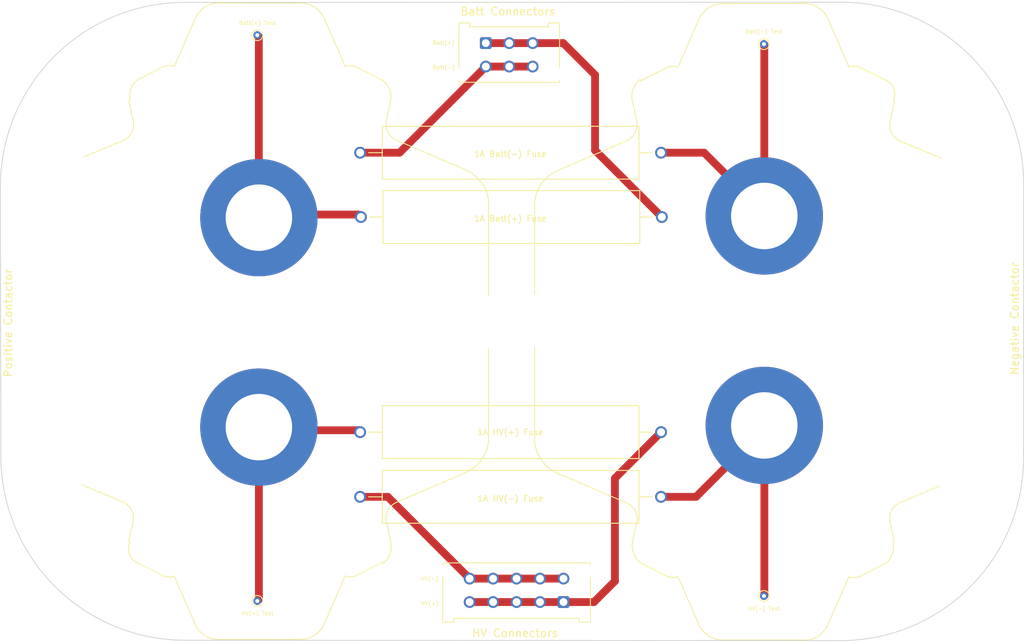
<source format=kicad_pcb>
(kicad_pcb (version 20211014) (generator pcbnew)
  (layers (0 "F.Cu" signal) (31 "B.Cu" signal) (34 "B.Paste" user) (35 "F.Paste" user) (36 "B.SilkS" user "B.Silkscreen") (37 "F.SilkS" user "F.Silkscreen") (38 "B.Mask" user) (39 "F.Mask" user) (44 "Edge.Cuts" user))
  (net 0 "")
  (net 1 "/Batt(+)")
  (net 2 "/HV(+)")
  (net 3 "Net-(F3-Pad1)")
  (net 4 "/Batt(-)")
  (net 5 "Net-(F4-Pad1)")
  (net 6 "/HV(-)")
  (net 7 "Net-(U1-Pad1)")
  (net 8 "Net-(TP4-Pad1)")
  (footprint "TestPoint:TestPoint_THTPad_D1.0mm_Drill0.5mm" (layer "F.Cu") (at 147.32 120.65)
    (fp_text reference "TP4" hide)
    (fp_text value "LOAD_TEST(-)")
    (fp_circle (center 0 0) (end 0 0.7) (layer "F.SilkS") (width 0.12) (fill none))
    (pad "1" thru_hole circle (at 0 0) (size 1 1) (drill 0.5) (layers *.Cu *.Mask) (net 8 "Net-(TP4-Pad1)"))
  )
  (footprint "LHRE Contactors:Gigavac_GX21BAB" (layer "F.Cu") (at 182.738388 125.790071 90)
    (fp_text reference "U2" hide)
    (fp_text value "Gigavac_GX21CAB")
    (fp_line (start 81.564821 24.218704) (end 81.564821 34.378704) (layer "F.SilkS") (width 0.12))
    (fp_line (start 60.329802 55.536737) (end 63.949302 46.819112) (layer "F.SilkS") (width 0.12))
    (fp_line (start 66.832821 13.042704) (end 69.118821 12.534704) (layer "F.SilkS") (width 0.12))
    (fp_line (start 71.682568 45.041112) (end 73.489236 41.485112) (layer "F.SilkS") (width 0.12))
    (fp_line (start 71.658821 13.550704) (end 73.465489 17.106704) (layer "F.SilkS") (width 0.12))
    (fp_line (start 0.142747 24.206292) (end 0.142747 34.366292) (layer "F.SilkS") (width 0.12))
    (fp_line (start 25.616469 0.037737) (end 56.100469 0.037737) (layer "F.SilkS") (width 0.12))
    (fp_line (start 14.874747 13.030292) (end 12.588747 12.522292) (layer "F.SilkS") (width 0.12))
    (fp_line (start 21.377766 55.524325) (end 17.758266 46.8067) (layer "F.SilkS") (width 0.12))
    (fp_line (start 10.048747 13.538292) (end 8.242079 17.094292) (layer "F.SilkS") (width 0.12))
    (fp_line (start 73.460568 40.226296) (end 79.302568 37.675112) (layer "F.SilkS") (width 0.12))
    (fp_line (start 14.932516 45.5367) (end 12.646516 46.0447) (layer "F.SilkS") (width 0.12))
    (fp_line (start 73.436821 18.36552) (end 79.278821 20.916704) (layer "F.SilkS") (width 0.12))
    (fp_line (start 25.360469 58.076737) (end 56.388799 58.076737) (layer "F.SilkS") (width 0.12))
    (fp_line (start 21.666096 2.565325) (end 17.700497 11.760292) (layer "F.SilkS") (width 0.12))
    (fp_line (start 8.247 40.213884) (end 2.405 37.6627) (layer "F.SilkS") (width 0.12))
    (fp_line (start 66.775052 45.549112) (end 69.061052 46.057112) (layer "F.SilkS") (width 0.12))
    (fp_line (start 8.270747 18.353108) (end 2.428747 20.904292) (layer "F.SilkS") (width 0.12))
    (fp_line (start 10.025 45.0287) (end 8.218332 41.4727) (layer "F.SilkS") (width 0.12))
    (fp_line (start 60.041472 2.577737) (end 64.007071 11.772704) (layer "F.SilkS") (width 0.12))
    (fp_arc (start 63.949302 46.819112) (mid 65.113457 45.630722) (end 66.775052 45.549112) (layer "F.SilkS") (width 0.12))
    (fp_arc (start 12.646516 45.863271) (mid 11.115752 45.758362) (end 9.881184 44.847271) (layer "F.SilkS") (width 0.12))
    (fp_arc (start 17.700497 11.760292) (mid 16.53633 12.948667) (end 14.874747 13.030292) (layer "F.SilkS") (width 0.12))
    (fp_arc (start 79.278821 20.916704) (mid 80.965342 22.191424) (end 81.564821 24.218704) (layer "F.SilkS") (width 0.12))
    (fp_arc (start 60.298052 55.536737) (mid 58.665431 57.302325) (end 56.388799 58.076737) (layer "F.SilkS") (width 0.12))
    (fp_arc (start 56.100469 0.037737) (mid 58.377103 0.812149) (end 60.009722 2.577737) (layer "F.SilkS") (width 0.12))
    (fp_arc (start 8.218332 41.4727) (mid 8.130228 40.840959) (end 8.247 40.213884) (layer "F.SilkS") (width 0.12))
    (fp_arc (start 81.588568 34.373112) (mid 80.989088 36.400395) (end 79.302568 37.675112) (layer "F.SilkS") (width 0.12))
    (fp_arc (start 0.142747 24.206292) (mid 0.742228 22.179009) (end 2.428747 20.904292) (layer "F.SilkS") (width 0.12))
    (fp_arc (start 21.697846 2.565325) (mid 23.330468 0.799736) (end 25.607099 0.025325) (layer "F.SilkS") (width 0.12))
    (fp_arc (start 73.465489 17.106704) (mid 73.553538 17.738443) (end 73.436821 18.36552) (layer "F.SilkS") (width 0.12))
    (fp_arc (start 69.118821 12.534704) (mid 70.649591 12.639602) (end 71.884153 13.550704) (layer "F.SilkS") (width 0.12))
    (fp_arc (start 10.048747 13.538292) (mid 11.18851 12.704699) (end 12.588747 12.522292) (layer "F.SilkS") (width 0.12))
    (fp_arc (start 14.932516 45.5367) (mid 16.594098 45.618328) (end 17.758266 46.8067) (layer "F.SilkS") (width 0.12))
    (fp_arc (start 8.270747 18.353108) (mid 8.153977 17.726033) (end 8.242079 17.094292) (layer "F.SilkS") (width 0.12))
    (fp_arc (start 71.826384 44.859683) (mid 70.659761 45.955695) (end 69.061052 45.875683) (layer "F.SilkS") (width 0.12))
    (fp_arc (start 25.318769 58.064325) (mid 23.042134 57.289921) (end 21.409516 55.524325) (layer "F.SilkS") (width 0.12))
    (fp_arc (start 2.405 37.6627) (mid 0.718484 36.387981) (end 0.119 34.3607) (layer "F.SilkS") (width 0.12))
    (fp_arc (start 66.832821 13.042704) (mid 65.171231 12.961098) (end 64.007071 11.772704) (layer "F.SilkS") (width 0.12))
    (fp_arc (start 73.460568 40.226296) (mid 73.577382 40.853368) (end 73.489236 41.485112) (layer "F.SilkS") (width 0.12))
    (pad "" np_thru_hole oval (at 41 8.5977 90) (size 7.2 21.6281) (drill oval 7.2 21.6281) (layers F&B.Cu *.Mask))
    (pad "" np_thru_hole oval (at 40.8 52.6 90) (size 41.9862 15.514174) (drill oval 41.9862 15.514174) (layers F&B.Cu *.Mask))
    (pad "" np_thru_hole oval (at 41 31.3977 90) (size 4.84155 29.467172) (drill oval 4.84155 29.467172) (layers F&B.Cu *.Mask))
    (pad "1" thru_hole circle (at 27.6 29.4 90) (size 15 15) (drill 8.5) (layers *.Cu *.Mask) (net 5 "Net-(F4-Pad1)"))
    (pad "2" thru_hole circle (at 54.4 29.4 90) (size 15 15) (drill 8.5) (layers *.Cu *.Mask) (net 3 "Net-(F3-Pad1)"))
  )
  (footprint "TestPoint:TestPoint_THTPad_D1.0mm_Drill0.5mm" (layer "F.Cu") (at 212.09 120.015)
    (fp_text reference "TP8" hide)
    (fp_text value "LOAD_TEST(-)")
    (fp_circle (center 0 0) (end 0 0.7) (layer "F.SilkS") (width 0.12) (fill none))
    (pad "1" thru_hole circle (at 0 0) (size 1 1) (drill 0.5) (layers *.Cu *.Mask) (net 5 "Net-(F4-Pad1)"))
  )
  (footprint "CustomFootprints:0ADAP1000RE" (layer "F.Cu") (at 179.805 114.5175 180)
    (fp_text reference "F4" hide)
    (fp_text value "1A")
    (fp_line (start -16.31 7.19) (end -16.31 3.81) (layer "F.SilkS") (width 0.127))
    (fp_line (start -16.31 3.81) (end 16.51 3.81) (layer "F.SilkS") (width 0.127))
    (fp_line (start -18.055 7.19) (end -16.31 7.19) (layer "F.SilkS") (width 0.127))
    (fp_line (start 16.51 3.81) (end 16.51 7.19) (layer "F.SilkS") (width 0.127))
    (fp_line (start -16.31 10.57) (end -16.31 7.19) (layer "F.SilkS") (width 0.127))
    (fp_line (start 16.51 7.19) (end 16.51 10.57) (layer "F.SilkS") (width 0.127))
    (fp_line (start 18.255 7.19) (end 16.51 7.19) (layer "F.SilkS") (width 0.127))
    (fp_line (start 16.51 10.57) (end -16.31 10.57) (layer "F.SilkS") (width 0.127))
    (pad "1" thru_hole circle (at -19.135 7.19 180) (size 1.518 1.518) (drill 1.01) (layers *.Cu *.Mask) (net 5 "Net-(F4-Pad1)"))
    (pad "2" thru_hole circle (at 19.335 7.19 180) (size 1.518 1.518) (drill 1.01) (layers *.Cu *.Mask) (net 6 "/HV(-)"))
  )
  (footprint "Connector_Molex:Molex_Micro-Fit_3.0_43045-1012_2x05_P3.00mm_Vertical" (layer "F.Cu") (at 186.467 120.787 180)
    (fp_text reference "J1" hide)
    (fp_text value "HV Connector")
    (fp_line (start 15.435 5.01) (end 15.435 4.7) (layer "F.SilkS") (width 0.12))
    (fp_line (start 14.015 -2.58) (end 15.435 -2.58) (layer "F.SilkS") (width 0.12))
    (fp_line (start -3.435 4.7) (end -3.435 5.01) (layer "F.SilkS") (width 0.12))
    (fp_line (start 15.435 -2.58) (end 15.435 3.18) (layer "F.SilkS") (width 0.12))
    (fp_line (start -3.435 -2.58) (end -2.015 -2.58) (layer "F.SilkS") (width 0.12))
    (fp_line (start 14.015 -2.08) (end 14.015 -2.58) (layer "F.SilkS") (width 0.12))
    (fp_line (start -3.435 5.01) (end 15.435 5.01) (layer "F.SilkS") (width 0.12))
    (fp_line (start -2.015 -2.58) (end -2.015 -2.08) (layer "F.SilkS") (width 0.12))
    (fp_line (start -2.015 -2.08) (end 14.015 -2.08) (layer "F.SilkS") (width 0.12))
    (fp_line (start -3.435 3.18) (end -3.435 -2.58) (layer "F.SilkS") (width 0.12))
    (pad "" np_thru_hole circle (at -3 3.94 180) (size 1 1) (drill 1) (layers *.Cu *.Mask))
    (pad "" np_thru_hole circle (at 15 3.94 180) (size 1 1) (drill 1) (layers *.Cu *.Mask))
    (pad "1" thru_hole roundrect (at 0 0 180) (size 1.5 1.5) (drill 1) (layers *.Cu *.Mask) (roundrect_rratio 0.1666673333) (net 2 "/HV(+)"))
    (pad "2" thru_hole circle (at 3 0 180) (size 1.5 1.5) (drill 1) (layers *.Cu *.Mask) (net 2 "/HV(+)"))
    (pad "3" thru_hole circle (at 6 0 180) (size 1.5 1.5) (drill 1) (layers *.Cu *.Mask) (net 2 "/HV(+)"))
    (pad "4" thru_hole circle (at 9 0 180) (size 1.5 1.5) (drill 1) (layers *.Cu *.Mask) (net 2 "/HV(+)"))
    (pad "5" thru_hole circle (at 12 0 180) (size 1.5 1.5) (drill 1) (layers *.Cu *.Mask) (net 2 "/HV(+)"))
    (pad "6" thru_hole circle (at 0 3 180) (size 1.5 1.5) (drill 1) (layers *.Cu *.Mask) (net 6 "/HV(-)"))
    (pad "7" thru_hole circle (at 3 3 180) (size 1.5 1.5) (drill 1) (layers *.Cu *.Mask) (net 6 "/HV(-)"))
    (pad "8" thru_hole circle (at 6 3 180) (size 1.5 1.5) (drill 1) (layers *.Cu *.Mask) (net 6 "/HV(-)"))
    (pad "9" thru_hole circle (at 9 3 180) (size 1.5 1.5) (drill 1) (layers *.Cu *.Mask) (net 6 "/HV(-)"))
    (pad "10" thru_hole circle (at 12 3 180) (size 1.5 1.5) (drill 1) (layers *.Cu *.Mask) (net 6 "/HV(-)"))
  )
  (footprint "TestPoint:TestPoint_THTPad_D1.0mm_Drill0.5mm" (layer "F.Cu") (at 212.09 49.4)
    (fp_text reference "TP5" hide)
    (fp_text value "LOAD_TEST(+)")
    (fp_circle (center 0 0) (end 0 0.7) (layer "F.SilkS") (width 0.12) (fill none))
    (pad "1" thru_hole circle (at 0 0) (size 1 1) (drill 0.5) (layers *.Cu *.Mask) (net 3 "Net-(F3-Pad1)"))
  )
  (footprint "CustomFootprints:0ADAP1000RE" (layer "F.Cu") (at 179.605 91.8575)
    (fp_text reference "F2" hide)
    (fp_text value "1A")
    (fp_line (start -16.31 7.19) (end -16.31 3.81) (layer "F.SilkS") (width 0.127))
    (fp_line (start 18.255 7.19) (end 16.51 7.19) (layer "F.SilkS") (width 0.127))
    (fp_line (start -16.31 3.81) (end 16.51 3.81) (layer "F.SilkS") (width 0.127))
    (fp_line (start -18.055 7.19) (end -16.31 7.19) (layer "F.SilkS") (width 0.127))
    (fp_line (start 16.51 3.81) (end 16.51 7.19) (layer "F.SilkS") (width 0.127))
    (fp_line (start 16.51 10.57) (end -16.31 10.57) (layer "F.SilkS") (width 0.127))
    (fp_line (start 16.51 7.19) (end 16.51 10.57) (layer "F.SilkS") (width 0.127))
    (fp_line (start -16.31 10.57) (end -16.31 7.19) (layer "F.SilkS") (width 0.127))
    (pad "1" thru_hole circle (at -19.135 7.19) (size 1.518 1.518) (drill 1.01) (layers *.Cu *.Mask) (net 8 "Net-(TP4-Pad1)"))
    (pad "2" thru_hole circle (at 19.335 7.19) (size 1.518 1.518) (drill 1.01) (layers *.Cu *.Mask) (net 2 "/HV(+)"))
  )
  (footprint "CustomFootprints:0ADAP1000RE" (layer "F.Cu") (at 179.805 70.485 180)
    (fp_text reference "F3" hide)
    (fp_text value "1A")
    (fp_line (start -18.055 7.19) (end -16.31 7.19) (layer "F.SilkS") (width 0.127))
    (fp_line (start -16.31 10.57) (end -16.31 7.19) (layer "F.SilkS") (width 0.127))
    (fp_line (start -16.31 7.19) (end -16.31 3.81) (layer "F.SilkS") (width 0.127))
    (fp_line (start -16.31 3.81) (end 16.51 3.81) (layer "F.SilkS") (width 0.127))
    (fp_line (start 16.51 3.81) (end 16.51 7.19) (layer "F.SilkS") (width 0.127))
    (fp_line (start 18.255 7.19) (end 16.51 7.19) (layer "F.SilkS") (width 0.127))
    (fp_line (start 16.51 7.19) (end 16.51 10.57) (layer "F.SilkS") (width 0.127))
    (fp_line (start 16.51 10.57) (end -16.31 10.57) (layer "F.SilkS") (width 0.127))
    (pad "1" thru_hole circle (at -19.135 7.19 180) (size 1.518 1.518) (drill 1.01) (layers *.Cu *.Mask) (net 3 "Net-(F3-Pad1)"))
    (pad "2" thru_hole circle (at 19.335 7.19 180) (size 1.518 1.518) (drill 1.01) (layers *.Cu *.Mask) (net 4 "/Batt(-)"))
  )
  (footprint "Connector_Molex:Molex_Micro-Fit_3.0_43045-0612_2x03_P3.00mm_Vertical" (layer "F.Cu") (at 176.53 49.276)
    (fp_text reference "J2" hide)
    (fp_text value "Batt Connector")
    (fp_line (start -3.435 -2.58) (end -2.015 -2.58) (layer "F.SilkS") (width 0.12))
    (fp_line (start -3.435 4.7) (end -3.435 5.01) (layer "F.SilkS") (width 0.12))
    (fp_line (start 8.015 -2.58) (end 9.435 -2.58) (layer "F.SilkS") (width 0.12))
    (fp_line (start -2.015 -2.58) (end -2.015 -2.08) (layer "F.SilkS") (width 0.12))
    (fp_line (start -3.435 5.01) (end 9.435 5.01) (layer "F.SilkS") (width 0.12))
    (fp_line (start 9.435 5.01) (end 9.435 4.7) (layer "F.SilkS") (width 0.12))
    (fp_line (start -2.015 -2.08) (end 8.015 -2.08) (layer "F.SilkS") (width 0.12))
    (fp_line (start 8.015 -2.08) (end 8.015 -2.58) (layer "F.SilkS") (width 0.12))
    (fp_line (start -3.435 3.18) (end -3.435 -2.58) (layer "F.SilkS") (width 0.12))
    (fp_line (start 9.435 -2.58) (end 9.435 3.18) (layer "F.SilkS") (width 0.12))
    (pad "" np_thru_hole circle (at -3 3.94) (size 1 1) (drill 1) (layers *.Cu *.Mask))
    (pad "" np_thru_hole circle (at 9 3.94) (size 1 1) (drill 1) (layers *.Cu *.Mask))
    (pad "1" thru_hole roundrect (at 0 0) (size 1.5 1.5) (drill 1) (layers *.Cu *.Mask) (roundrect_rratio 0.1666673333) (net 1 "/Batt(+)"))
    (pad "2" thru_hole circle (at 3 0) (size 1.5 1.5) (drill 1) (layers *.Cu *.Mask) (net 1 "/Batt(+)"))
    (pad "3" thru_hole circle (at 6 0) (size 1.5 1.5) (drill 1) (layers *.Cu *.Mask) (net 1 "/Batt(+)"))
    (pad "4" thru_hole circle (at 0 3) (size 1.5 1.5) (drill 1) (layers *.Cu *.Mask) (net 4 "/Batt(-)"))
    (pad "5" thru_hole circle (at 3 3) (size 1.5 1.5) (drill 1) (layers *.Cu *.Mask) (net 4 "/Batt(-)"))
    (pad "6" thru_hole circle (at 6 3) (size 1.5 1.5) (drill 1) (layers *.Cu *.Mask) (net 4 "/Batt(-)"))
  )
  (footprint "TestPoint:TestPoint_THTPad_D1.0mm_Drill0.5mm" (layer "F.Cu") (at 147.32 48.26)
    (fp_text reference "TP1" hide)
    (fp_text value "LOAD_TEST(+)")
    (fp_circle (center 0 0) (end 0 0.7) (layer "F.SilkS") (width 0.12) (fill none))
    (pad "1" thru_hole circle (at 0 0) (size 1 1) (drill 0.5) (layers *.Cu *.Mask) (net 7 "Net-(U1-Pad1)"))
  )
  (footprint "CustomFootprints:0ADAP1000RE" (layer "F.Cu") (at 179.705 64.335)
    (fp_text reference "F1" hide)
    (fp_text value "1A")
    (fp_line (start 16.51 3.81) (end 16.51 7.19) (layer "F.SilkS") (width 0.127))
    (fp_line (start -18.055 7.19) (end -16.31 7.19) (layer "F.SilkS") (width 0.127))
    (fp_line (start -16.31 10.57) (end -16.31 7.19) (layer "F.SilkS") (width 0.127))
    (fp_line (start -16.31 7.19) (end -16.31 3.81) (layer "F.SilkS") (width 0.127))
    (fp_line (start 18.255 7.19) (end 16.51 7.19) (layer "F.SilkS") (width 0.127))
    (fp_line (start 16.51 7.19) (end 16.51 10.57) (layer "F.SilkS") (width 0.127))
    (fp_line (start -16.31 3.81) (end 16.51 3.81) (layer "F.SilkS") (width 0.127))
    (fp_line (start 16.51 10.57) (end -16.31 10.57) (layer "F.SilkS") (width 0.127))
    (pad "1" thru_hole circle (at -19.135 7.19) (size 1.518 1.518) (drill 1.01) (layers *.Cu *.Mask) (net 7 "Net-(U1-Pad1)"))
    (pad "2" thru_hole circle (at 19.335 7.19) (size 1.518 1.518) (drill 1.01) (layers *.Cu *.Mask) (net 1 "/Batt(+)"))
  )
  (footprint "LHRE Contactors:Gigavac_GX21BAB" (layer "F.Cu") (at 176.925613 44.008929 -90)
    (fp_text reference "U1" hide)
    (fp_text value "Gigavac_GX21CAB")
    (fp_line (start 60.329802 55.536737) (end 63.949302 46.819112) (layer "F.SilkS") (width 0.12))
    (fp_line (start 14.874747 13.030292) (end 12.588747 12.522292) (layer "F.SilkS") (width 0.12))
    (fp_line (start 21.666096 2.565325) (end 17.700497 11.760292) (layer "F.SilkS") (width 0.12))
    (fp_line (start 71.682568 45.041112) (end 73.489236 41.485112) (layer "F.SilkS") (width 0.12))
    (fp_line (start 8.247 40.213884) (end 2.405 37.6627) (layer "F.SilkS") (width 0.12))
    (fp_line (start 10.025 45.0287) (end 8.218332 41.4727) (layer "F.SilkS") (width 0.12))
    (fp_line (start 8.270747 18.353108) (end 2.428747 20.904292) (layer "F.SilkS") (width 0.12))
    (fp_line (start 66.832821 13.042704) (end 69.118821 12.534704) (layer "F.SilkS") (width 0.12))
    (fp_line (start 0.142747 24.206292) (end 0.142747 34.366292) (layer "F.SilkS") (width 0.12))
    (fp_line (start 14.932516 45.5367) (end 12.646516 46.0447) (layer "F.SilkS") (width 0.12))
    (fp_line (start 25.360469 58.076737) (end 56.388799 58.076737) (layer "F.SilkS") (width 0.12))
    (fp_line (start 81.564821 24.218704) (end 81.564821 34.378704) (layer "F.SilkS") (width 0.12))
    (fp_line (start 10.048747 13.538292) (end 8.242079 17.094292) (layer "F.SilkS") (width 0.12))
    (fp_line (start 66.775052 45.549112) (end 69.061052 46.057112) (layer "F.SilkS") (width 0.12))
    (fp_line (start 73.436821 18.36552) (end 79.278821 20.916704) (layer "F.SilkS") (width 0.12))
    (fp_line (start 25.616469 0.037737) (end 56.100469 0.037737) (layer "F.SilkS") (width 0.12))
    (fp_line (start 21.377766 55.524325) (end 17.758266 46.8067) (layer "F.SilkS") (width 0.12))
    (fp_line (start 73.460568 40.226296) (end 79.302568 37.675112) (layer "F.SilkS") (width 0.12))
    (fp_line (start 60.041472 2.577737) (end 64.007071 11.772704) (layer "F.SilkS") (width 0.12))
    (fp_line (start 71.658821 13.550704) (end 73.465489 17.106704) (layer "F.SilkS") (width 0.12))
    (fp_arc (start 71.826384 44.859683) (mid 70.659761 45.955695) (end 69.061052 45.875683) (layer "F.SilkS") (width 0.12))
    (fp_arc (start 79.278821 20.916704) (mid 80.965342 22.191424) (end 81.564821 24.218704) (layer "F.SilkS") (width 0.12))
    (fp_arc (start 14.932516 45.5367) (mid 16.594098 45.618328) (end 17.758266 46.8067) (layer "F.SilkS") (width 0.12))
    (fp_arc (start 8.270747 18.353108) (mid 8.153977 17.726033) (end 8.242079 17.094292) (layer "F.SilkS") (width 0.12))
    (fp_arc (start 69.118821 12.534704) (mid 70.649591 12.639602) (end 71.884153 13.550704) (layer "F.SilkS") (width 0.12))
    (fp_arc (start 10.048747 13.538292) (mid 11.18851 12.704699) (end 12.588747 12.522292) (layer "F.SilkS") (width 0.12))
    (fp_arc (start 21.697846 2.565325) (mid 23.330468 0.799736) (end 25.607099 0.025325) (layer "F.SilkS") (width 0.12))
    (fp_arc (start 25.318769 58.064325) (mid 23.042134 57.289921) (end 21.409516 55.524325) (layer "F.SilkS") (width 0.12))
    (fp_arc (start 17.700497 11.760292) (mid 16.53633 12.948667) (end 14.874747 13.030292) (layer "F.SilkS") (width 0.12))
    (fp_arc (start 81.588568 34.373112) (mid 80.989088 36.400395) (end 79.302568 37.675112) (layer "F.SilkS") (width 0.12))
    (fp_arc (start 73.465489 17.106704) (mid 73.553538 17.738443) (end 73.436821 18.36552) (layer "F.SilkS") (width 0.12))
    (fp_arc (start 8.218332 41.4727) (mid 8.130228 40.840959) (end 8.247 40.213884) (layer "F.SilkS") (width 0.12))
    (fp_arc (start 66.832821 13.042704) (mid 65.171231 12.961098) (end 64.007071 11.772704) (layer "F.SilkS") (width 0.12))
    (fp_arc (start 0.142747 24.206292) (mid 0.742228 22.179009) (end 2.428747 20.904292) (layer "F.SilkS") (width 0.12))
    (fp_arc (start 12.646516 45.863271) (mid 11.115752 45.758362) (end 9.881184 44.847271) (layer "F.SilkS") (width 0.12))
    (fp_arc (start 73.460568 40.226296) (mid 73.577382 40.853368) (end 73.489236 41.485112) (layer "F.SilkS") (width 0.12))
    (fp_arc (start 56.100469 0.037737) (mid 58.377103 0.812149) (end 60.009722 2.577737) (layer "F.SilkS") (width 0.12))
    (fp_arc (start 2.405 37.6627) (mid 0.718484 36.387981) (end 0.119 34.3607) (layer "F.SilkS") (width 0.12))
    (fp_arc (start 60.298052 55.536737) (mid 58.665431 57.302325) (end 56.388799 58.076737) (layer "F.SilkS") (width 0.12))
    (fp_arc (start 63.949302 46.819112) (mid 65.113457 45.630722) (end 66.775052 45.549112) (layer "F.SilkS") (width 0.12))
    (pad "" np_thru_hole oval (at 40.8 52.6 270) (size 41.9862 15.514174) (drill oval 41.9862 15.514174) (layers F&B.Cu *.Mask))
    (pad "" np_thru_hole oval (at 41 31.3977 270) (size 4.84155 29.467172) (drill oval 4.84155 29.467172) (layers F&B.Cu *.Mask))
    (pad "" np_thru_hole oval (at 41 8.5977 270) (size 7.2 21.6281) (drill oval 7.2 21.6281) (layers F&B.Cu *.Mask))
    (pad "1" thru_hole circle (at 27.6 29.4 270) (size 15 15) (drill 8.5) (layers *.Cu *.Mask) (net 7 "Net-(U1-Pad1)"))
    (pad "2" thru_hole circle (at 54.4 29.4 270) (size 15 15) (drill 8.5) (layers *.Cu *.Mask) (net 8 "Net-(TP4-Pad1)"))
  )
  (gr_arc (start 245.277012 101.800234) (mid 238.472778 118.832846) (end 221.471331 125.714581) (layer "Edge.Cuts") (width 0.1))
  (gr_line (start 221.471331 125.714581) (end 138.239253 125.673319) (layer "Edge.Cuts") (width 0.1))
  (gr_line (start 138.3284 44.069) (end 221.3864 44.0436) (layer "Edge.Cuts") (width 0.1))
  (gr_arc (start 138.239253 125.673319) (mid 121.3866 118.7196) (end 114.541053 101.822719) (layer "Edge.Cuts") (width 0.1))
  (gr_line (start 114.4778 67.7672) (end 114.541053 101.822719) (layer "Edge.Cuts") (width 0.1))
  (gr_line (start 245.300747 67.849281) (end 245.277012 101.800234) (layer "Edge.Cuts") (width 0.1))
  (gr_arc (start 221.3864 44.0436) (mid 238.419012 50.847834) (end 245.300747 67.849281) (layer "Edge.Cuts") (width 0.1))
  (gr_arc (start 114.4778 67.7672) (mid 121.431519 50.914547) (end 138.3284 44.069) (layer "Edge.Cuts") (width 0.1))
  (gr_text "1A HV(-) Fuse" (at 179.6796 107.5436) (layer "F.SilkS") (effects (font (size 0.75 0.75) (thickness 0.12))))
  (gr_text "HV(-)" (at 169.3672 117.8052) (layer "F.SilkS") (effects (font (size 0.5 0.5) (thickness 0.075))))
  (gr_text "1A HV(+) Fuse" (at 179.6796 99.06) (layer "F.SilkS") (effects (font (size 0.75 0.75) (thickness 0.12))))
  (gr_text "1A Batt(-) Fuse" (at 179.6796 63.4492) (layer "F.SilkS") (effects (font (size 0.75 0.75) (thickness 0.12))))
  (gr_text "HV(-) Test" (at 212.09 121.6152) (layer "F.SilkS") (effects (font (size 0.5 0.5) (thickness 0.075))))
  (gr_text "Batt(+) Test" (at 147.32 46.6852) (layer "F.SilkS") (effects (font (size 0.5 0.5) (thickness 0.075))))
  (gr_text "Negative Contactor" (at 244.1448 84.5312 90) (layer "F.SilkS") (effects (font (size 1 1))))
  (gr_text "Batt Connectors" (at 179.3748 45.212) (layer "F.SilkS") (effects (font (size 1 1))))
  (gr_text "HV(+) Test" (at 147.32 122.2248) (layer "F.SilkS") (effects (font (size 0.5 0.5) (thickness 0.075))))
  (gr_text "Batt(-)" (at 171.1452 52.3748) (layer "F.SilkS") (effects (font (size 0.5 0.5) (thickness 0.075))))
  (gr_text "Batt(-) Test" (at 212.09 47.8028) (layer "F.SilkS") (effects (font (size 0.5 0.5) (thickness 0.075))))
  (gr_text "HV(+)" (at 169.3672 120.9548) (layer "F.SilkS") (effects (font (size 0.5 0.5) (thickness 0.075))))
  (gr_text "HV Connectors" (at 180.2892 124.7648) (layer "F.SilkS") (effects (font (size 1 1))))
  (gr_text "Batt(+)" (at 171.1452 49.2252) (layer "F.SilkS") (effects (font (size 0.5 0.5) (thickness 0.075))))
  (gr_text "Positive Contactor" (at 115.4684 85.09 90) (layer "F.SilkS") (effects (font (size 1 1))))
  (gr_text "1A Batt(+) Fuse" (at 179.6796 71.7296) (layer "F.SilkS") (effects (font (size 0.75 0.75) (thickness 0.12))))
  (segment (start 182.53 49.276) (end 176.53 49.276) (width 1) (layer "F.Cu") (net 1))
  (segment (start 186.436 49.276) (end 182.53 49.276) (width 1) (layer "F.Cu") (net 1))
  (segment (start 190.5 62.985) (end 190.5 53.34) (width 1) (layer "F.Cu") (net 1))
  (segment (start 190.5 53.34) (end 186.436 49.276) (width 1) (layer "F.Cu") (net 1))
  (segment (start 199.04 71.525) (end 190.5 62.985) (width 1) (layer "F.Cu") (net 1))
  (segment (start 193.04 104.9475) (end 193.04 118.11) (width 1) (layer "F.Cu") (net 2))
  (segment (start 186.467 120.787) (end 174.467 120.787) (width 1) (layer "F.Cu") (net 2))
  (segment (start 193.04 118.11) (end 190.363 120.787) (width 1) (layer "F.Cu") (net 2))
  (segment (start 190.363 120.787) (end 186.467 120.787) (width 1) (layer "F.Cu") (net 2))
  (segment (start 198.94 99.0475) (end 193.04 104.9475) (width 1) (layer "F.Cu") (net 2))
  (segment (start 212.138388 70.990071) (end 212.138388 49.448388) (width 1) (layer "F.Cu") (net 3))
  (segment (start 212.138388 70.990071) (end 204.443317 63.295) (width 1) (layer "F.Cu") (net 3))
  (segment (start 212.138388 49.448388) (end 212.09 49.4) (width 1) (layer "F.Cu") (net 3))
  (segment (start 204.443317 63.295) (end 198.94 63.295) (width 1) (layer "F.Cu") (net 3))
  (segment (start 165.511 63.295) (end 176.53 52.276) (width 1) (layer "F.Cu") (net 4))
  (segment (start 160.47 63.295) (end 165.511 63.295) (width 1) (layer "F.Cu") (net 4))
  (segment (start 176.53 52.276) (end 182.53 52.276) (width 1) (layer "F.Cu") (net 4))
  (segment (start 212.146088 98.590071) (end 212.146088 119.958912) (width 1) (layer "F.Cu") (net 5))
  (segment (start 203.408659 107.3275) (end 198.94 107.3275) (width 1) (layer "F.Cu") (net 5))
  (segment (start 212.146088 98.590071) (end 203.408659 107.3275) (width 1) (layer "F.Cu") (net 5))
  (segment (start 212.146088 119.958912) (end 212.09 120.015) (width 1) (layer "F.Cu") (net 5))
  (segment (start 160.47 107.3275) (end 164.0075 107.3275) (width 1) (layer "F.Cu") (net 6))
  (segment (start 164.0075 107.3275) (end 174.467 117.787) (width 1) (layer "F.Cu") (net 6))
  (segment (start 174.467 117.787) (end 186.467 117.787) (width 1) (layer "F.Cu") (net 6))
  (segment (start 147.517913 48.457913) (end 147.32 48.26) (width 1) (layer "F.Cu") (net 7))
  (segment (start 160.253929 71.208929) (end 160.57 71.525) (width 1) (layer "F.Cu") (net 7))
  (segment (start 147.517913 71.208929) (end 160.253929 71.208929) (width 1) (layer "F.Cu") (net 7))
  (segment (start 147.517913 71.208929) (end 147.517913 48.457913) (width 1) (layer "F.Cu") (net 7))
  (segment (start 147.525613 98.808929) (end 147.525613 120.444387) (width 1) (layer "F.Cu") (net 8))
  (segment (start 160.231429 98.808929) (end 160.47 99.0475) (width 1) (layer "F.Cu") (net 8))
  (segment (start 147.525613 98.808929) (end 160.231429 98.808929) (width 1) (layer "F.Cu") (net 8))
  (segment (start 147.525613 120.444387) (end 147.32 120.65) (width 1) (layer "F.Cu") (net 8))
)
</source>
